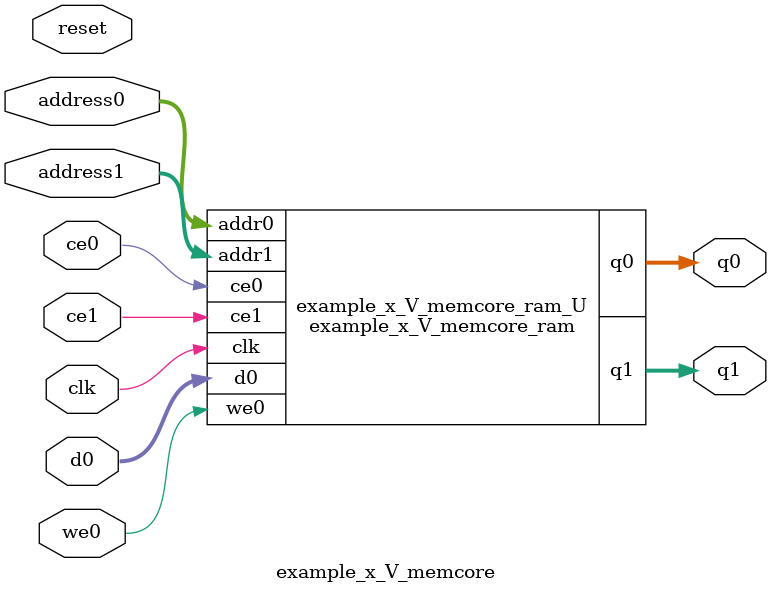
<source format=v>
`timescale 1 ns / 1 ps
module example_x_V_memcore_ram (addr0, ce0, d0, we0, q0, addr1, ce1, q1,  clk);

parameter DWIDTH = 16;
parameter AWIDTH = 6;
parameter MEM_SIZE = 50;

input[AWIDTH-1:0] addr0;
input ce0;
input[DWIDTH-1:0] d0;
input we0;
output reg[DWIDTH-1:0] q0;
input[AWIDTH-1:0] addr1;
input ce1;
output reg[DWIDTH-1:0] q1;
input clk;

(* ram_style = "distributed" *)reg [DWIDTH-1:0] ram[0:MEM_SIZE-1];




always @(posedge clk)  
begin 
    if (ce0) 
    begin
        if (we0) 
        begin 
            ram[addr0] <= d0; 
        end 
        q0 <= ram[addr0];
    end
end


always @(posedge clk)  
begin 
    if (ce1) 
    begin
        q1 <= ram[addr1];
    end
end


endmodule

`timescale 1 ns / 1 ps
module example_x_V_memcore(
    reset,
    clk,
    address0,
    ce0,
    we0,
    d0,
    q0,
    address1,
    ce1,
    q1);

parameter DataWidth = 32'd16;
parameter AddressRange = 32'd50;
parameter AddressWidth = 32'd6;
input reset;
input clk;
input[AddressWidth - 1:0] address0;
input ce0;
input we0;
input[DataWidth - 1:0] d0;
output[DataWidth - 1:0] q0;
input[AddressWidth - 1:0] address1;
input ce1;
output[DataWidth - 1:0] q1;



example_x_V_memcore_ram example_x_V_memcore_ram_U(
    .clk( clk ),
    .addr0( address0 ),
    .ce0( ce0 ),
    .we0( we0 ),
    .d0( d0 ),
    .q0( q0 ),
    .addr1( address1 ),
    .ce1( ce1 ),
    .q1( q1 ));

endmodule


</source>
